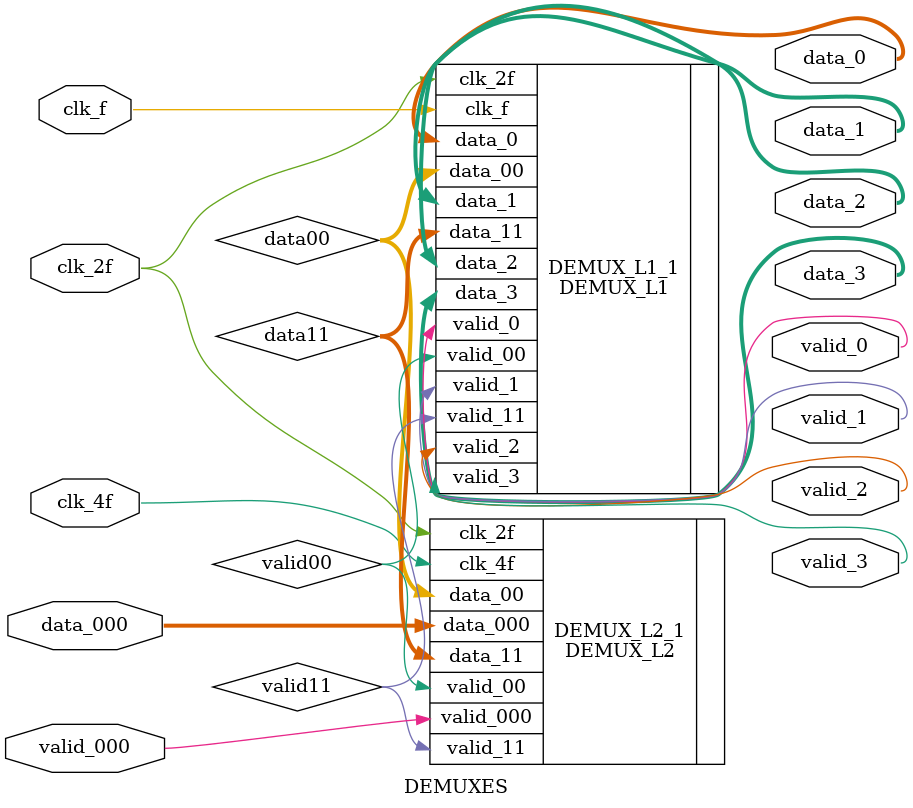
<source format=v>
`include "DEMUX_L1.v"
`include "DEMUX_L2.v"

module DEMUXES (
    output [7:0]  data_0,
	output [7:0]  data_1,
	output [7:0]  data_2,
	output [7:0]  data_3,
	output 	     valid_0,
	output 	     valid_1,
	output 	     valid_2,
	output 	     valid_3,
	input 	     clk_f,
	input 	     clk_2f,
	input 	     clk_4f,
	//input 	     reset_L,
    input [7:0]  data_000,
	input 	     valid_000);

   
   wire [7:0] 	 data00,data11;
   wire 	     valid00,valid11;
   
   
    DEMUX_L2 DEMUX_L2_1 (/*AUTOINST*/
			 // Outputs
			 .data_00		(data00[7:0]),
			 .data_11		(data11[7:0]),
			 .valid_00		(valid00),
			 .valid_11		(valid11),
			 // Inputs
			 .data_000		(data_000[7:0]),
			 .valid_000		(valid_000),
			 //.reset_L		(reset_L),
			 .clk_4f		(clk_4f),
			 .clk_2f		(clk_2f));//DEMUX de L2

    DEMUX_L1 DEMUX_L1_1 (/*AUTOINST*/
			 // Outputs
			 .data_0		(data_0[7:0]),
			 .data_1		(data_1[7:0]),
			 .data_2		(data_2[7:0]),
			 .data_3		(data_3[7:0]),
			 .valid_0		(valid_0),
			 .valid_1		(valid_1),
			 .valid_2		(valid_2),
			 .valid_3		(valid_3),
			 // Inputs
			 .data_00		(data00[7:0]),
			 .data_11		(data11[7:0]),
			 .valid_00		(valid00),
			 .valid_11		(valid11),
			 //.reset_L		(reset_L),
			 .clk_f			(clk_f),
			 .clk_2f		(clk_2f));//DEMUX 1 de L1

endmodule // MUXES

</source>
